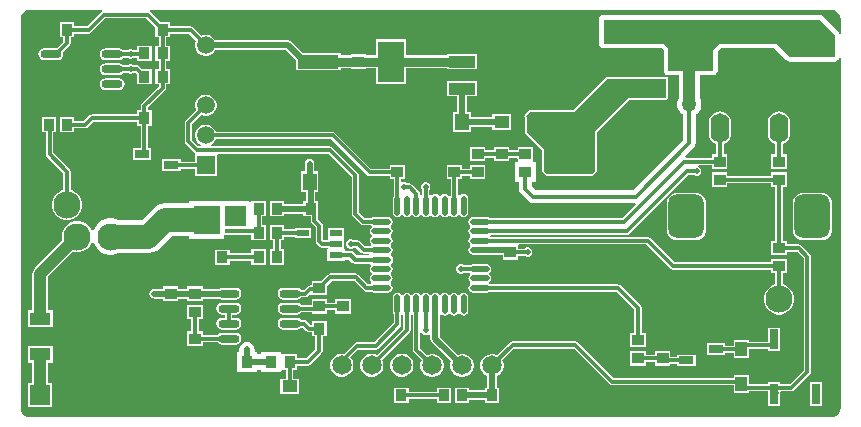
<source format=gbl>
G04*
G04 #@! TF.GenerationSoftware,Altium Limited,Altium Designer,23.8.1 (32)*
G04*
G04 Layer_Physical_Order=2*
G04 Layer_Color=1265191*
%FSLAX25Y25*%
%MOIN*%
G70*
G04*
G04 #@! TF.SameCoordinates,7219C3B3-8FC9-4B81-83B7-D13F04F5FDA5*
G04*
G04*
G04 #@! TF.FilePolarity,Positive*
G04*
G01*
G75*
%ADD20C,0.01968*%
%ADD21C,0.01181*%
%ADD22C,0.03937*%
%ADD23C,0.05906*%
%ADD24R,0.05906X0.05906*%
%ADD25C,0.09055*%
%ADD26C,0.06496*%
%ADD27R,0.06496X0.06496*%
%ADD28O,0.06299X0.09843*%
%ADD29R,0.06693X0.06693*%
G04:AMPARAMS|DCode=30|XSize=118.11mil|YSize=145.67mil|CornerRadius=29.53mil|HoleSize=0mil|Usage=FLASHONLY|Rotation=180.000|XOffset=0mil|YOffset=0mil|HoleType=Round|Shape=RoundedRectangle|*
%AMROUNDEDRECTD30*
21,1,0.11811,0.08661,0,0,180.0*
21,1,0.05906,0.14567,0,0,180.0*
1,1,0.05906,-0.02953,0.04331*
1,1,0.05906,0.02953,0.04331*
1,1,0.05906,0.02953,-0.04331*
1,1,0.05906,-0.02953,-0.04331*
%
%ADD30ROUNDEDRECTD30*%
%ADD31C,0.05000*%
%ADD32C,0.01968*%
%ADD33R,0.13780X0.04724*%
%ADD34R,0.07087X0.04449*%
%ADD35O,0.01890X0.06496*%
%ADD36O,0.06496X0.01890*%
%ADD37R,0.04567X0.05787*%
%ADD38R,0.04921X0.03937*%
%ADD39R,0.08661X0.03937*%
%ADD40R,0.08661X0.13780*%
%ADD41R,0.25591X0.23622*%
%ADD42R,0.08661X0.04724*%
%ADD43R,0.03661X0.03858*%
%ADD44R,0.03858X0.03661*%
%ADD45R,0.04331X0.02362*%
%ADD46R,0.08661X0.09646*%
%ADD47R,0.02756X0.06693*%
%ADD48R,0.02756X0.01575*%
%ADD49R,0.04921X0.02756*%
%ADD50R,0.03937X0.04921*%
%ADD51R,0.02756X0.06693*%
%ADD52O,0.07087X0.02756*%
G04:AMPARAMS|DCode=53|XSize=66.93mil|YSize=133.86mil|CornerRadius=16.73mil|HoleSize=0mil|Usage=FLASHONLY|Rotation=270.000|XOffset=0mil|YOffset=0mil|HoleType=Round|Shape=RoundedRectangle|*
%AMROUNDEDRECTD53*
21,1,0.06693,0.10039,0,0,270.0*
21,1,0.03347,0.13386,0,0,270.0*
1,1,0.03346,-0.05020,-0.01673*
1,1,0.03346,-0.05020,0.01673*
1,1,0.03346,0.05020,0.01673*
1,1,0.03346,0.05020,-0.01673*
%
%ADD53ROUNDEDRECTD53*%
%ADD54C,0.03150*%
%ADD55C,0.07874*%
%ADD56R,0.07100X0.06700*%
G36*
X271500Y129500D02*
X272500Y128500D01*
Y121000D01*
X257500D01*
X253000Y125500D01*
X234000D01*
X232000Y123500D01*
Y116500D01*
X217000D01*
Y124000D01*
X215500Y125500D01*
X195500D01*
Y133500D01*
X267500D01*
X271500Y129500D01*
D02*
G37*
G36*
X271654Y136669D02*
X272381Y136574D01*
X273059Y136293D01*
X273641Y135846D01*
X274088Y135264D01*
X274369Y134586D01*
X274465Y133858D01*
X274469D01*
Y128853D01*
X273969Y128804D01*
X273913Y129085D01*
X273581Y129581D01*
X272582Y130581D01*
X272581Y130581D01*
X268581Y134581D01*
X268085Y134913D01*
X267500Y135029D01*
X195500D01*
X194915Y134913D01*
X194419Y134581D01*
X194087Y134085D01*
X193971Y133500D01*
Y125500D01*
X194087Y124915D01*
X194419Y124419D01*
X194915Y124087D01*
X195500Y123971D01*
X214866D01*
X215471Y123366D01*
Y116500D01*
X215587Y115915D01*
X215919Y115419D01*
X216415Y115087D01*
X217000Y114971D01*
X220602D01*
Y107241D01*
X220373Y106844D01*
X220100Y105827D01*
Y104773D01*
X220373Y103756D01*
X220899Y102844D01*
X221644Y102099D01*
X221969Y101912D01*
Y93183D01*
X205417Y76631D01*
X172983D01*
X171508Y78106D01*
Y79339D01*
X172806D01*
Y86001D01*
X172281D01*
X171906Y86302D01*
X171906Y86501D01*
Y91164D01*
X166847D01*
Y89947D01*
X164003D01*
Y91164D01*
X158945D01*
Y89947D01*
X156101D01*
Y91164D01*
X151043D01*
Y86302D01*
X156101D01*
Y87519D01*
X158945D01*
Y86302D01*
X164003D01*
Y87519D01*
X166494D01*
X166847Y87166D01*
X166847Y86302D01*
X166472Y86001D01*
X165947D01*
Y79339D01*
X167245D01*
Y77223D01*
X167245Y77223D01*
X167407Y76408D01*
X167869Y75716D01*
X170593Y72993D01*
X170593Y72993D01*
X171284Y72531D01*
X172100Y72369D01*
X172100Y72369D01*
X206045D01*
X206252Y71868D01*
X201739Y67356D01*
X157500D01*
X157138Y67597D01*
X156535Y67717D01*
X151929D01*
X151326Y67597D01*
X150815Y67256D01*
X150474Y66745D01*
X150354Y66142D01*
X150474Y65539D01*
X150815Y65028D01*
X151059Y64865D01*
Y64269D01*
X150815Y64106D01*
X150474Y63595D01*
X150354Y62992D01*
X150474Y62389D01*
X150815Y61878D01*
X151059Y61716D01*
Y61119D01*
X150815Y60956D01*
X150474Y60445D01*
X150354Y59842D01*
X150474Y59240D01*
X150815Y58729D01*
X151059Y58566D01*
Y57969D01*
X150815Y57807D01*
X150474Y57296D01*
X150354Y56693D01*
X150474Y56090D01*
X150815Y55579D01*
X151326Y55238D01*
X151929Y55118D01*
X154031D01*
X154232Y55078D01*
X161868D01*
Y53501D01*
X166927D01*
Y54786D01*
X169173D01*
X169303Y54657D01*
X169885Y54416D01*
X170515D01*
X171097Y54657D01*
X171543Y55103D01*
X171784Y55685D01*
Y56315D01*
X171543Y56897D01*
X171097Y57343D01*
X170515Y57584D01*
X169885D01*
X169303Y57343D01*
X169173Y57214D01*
X166927D01*
Y58362D01*
X167316Y58629D01*
X209655D01*
X217773Y50510D01*
X217773Y50510D01*
X218167Y50247D01*
X218632Y50155D01*
X218632Y50155D01*
X251408D01*
Y48938D01*
X252723D01*
Y45338D01*
X251958Y45132D01*
X250789Y44457D01*
X249834Y43503D01*
X249159Y42333D01*
X248810Y41029D01*
Y39679D01*
X249159Y38375D01*
X249834Y37206D01*
X250789Y36251D01*
X251958Y35576D01*
X253262Y35227D01*
X254612D01*
X255916Y35576D01*
X257085Y36251D01*
X258040Y37206D01*
X258715Y38375D01*
X259065Y39679D01*
Y41029D01*
X258715Y42333D01*
X258040Y43503D01*
X257085Y44457D01*
X255916Y45132D01*
X255151Y45338D01*
Y48938D01*
X256466D01*
Y53799D01*
X251408D01*
Y52582D01*
X219134D01*
X211016Y60701D01*
X210622Y60964D01*
X210157Y61056D01*
X210157Y61056D01*
X157855D01*
X157652Y61556D01*
X157880Y61778D01*
X203192D01*
X203192Y61778D01*
X203657Y61871D01*
X204050Y62134D01*
X223703Y81786D01*
X225473D01*
X225603Y81657D01*
X226185Y81416D01*
X226815D01*
X227397Y81657D01*
X227843Y82103D01*
X228084Y82685D01*
Y83315D01*
X227843Y83897D01*
X227397Y84343D01*
X227056Y84485D01*
X227155Y84985D01*
X231723D01*
Y83768D01*
X236781D01*
Y88629D01*
X235466D01*
Y92114D01*
X236143Y92394D01*
X236926Y92995D01*
X237527Y93778D01*
X237905Y94690D01*
X238034Y95669D01*
Y99213D01*
X237905Y100191D01*
X237527Y101104D01*
X236926Y101887D01*
X236143Y102488D01*
X235231Y102866D01*
X234252Y102995D01*
X233273Y102866D01*
X232361Y102488D01*
X231578Y101887D01*
X230977Y101104D01*
X230599Y100191D01*
X230470Y99213D01*
Y95669D01*
X230599Y94690D01*
X230977Y93778D01*
X231578Y92995D01*
X232361Y92394D01*
X233038Y92114D01*
Y88629D01*
X231723D01*
Y87412D01*
X222934D01*
X222727Y87912D01*
X225607Y90793D01*
X225607Y90793D01*
X226069Y91484D01*
X226232Y92300D01*
X226232Y92300D01*
Y101912D01*
X226556Y102099D01*
X227301Y102844D01*
X227827Y103756D01*
X228100Y104773D01*
Y105827D01*
X227827Y106844D01*
X227598Y107241D01*
Y114971D01*
X232000D01*
X232585Y115087D01*
X233081Y115419D01*
X233413Y115915D01*
X233529Y116500D01*
Y122866D01*
X234633Y123971D01*
X252366D01*
X256419Y119919D01*
X256915Y119587D01*
X257500Y119471D01*
X272500D01*
X273085Y119587D01*
X273581Y119919D01*
X273913Y120415D01*
X273969Y120696D01*
X274469Y120647D01*
Y3937D01*
X274465D01*
X274369Y3209D01*
X274088Y2531D01*
X273641Y1949D01*
X273059Y1503D01*
X272381Y1222D01*
X271654Y1126D01*
Y1122D01*
X3937D01*
Y1126D01*
X3209Y1222D01*
X2531Y1503D01*
X1949Y1949D01*
X1503Y2531D01*
X1222Y3209D01*
X1126Y3937D01*
X1122D01*
Y133858D01*
X1126D01*
X1222Y134586D01*
X1503Y135264D01*
X1949Y135846D01*
X2531Y136293D01*
X3209Y136574D01*
X3937Y136669D01*
Y136674D01*
X28163D01*
X28314Y136174D01*
X28142Y136058D01*
X28142Y136058D01*
X23400Y131317D01*
X19089D01*
Y132632D01*
X14228D01*
Y127574D01*
X15445D01*
Y126215D01*
X13280Y124050D01*
X9072D01*
X8300Y123897D01*
X7646Y123460D01*
X7209Y122806D01*
X7055Y122034D01*
X7209Y121262D01*
X7646Y120608D01*
X8300Y120171D01*
X9072Y120017D01*
X13402D01*
X14174Y120171D01*
X14829Y120608D01*
X15266Y121262D01*
X15419Y122034D01*
X15299Y122637D01*
X17517Y124854D01*
X17780Y125248D01*
X17872Y125713D01*
X17872Y125713D01*
Y127574D01*
X19089D01*
Y128889D01*
X23903D01*
X23903Y128889D01*
X24368Y128982D01*
X24762Y129245D01*
X29503Y133986D01*
X43002D01*
X46076Y130912D01*
Y127571D01*
X47293D01*
Y124825D01*
X46076D01*
Y119767D01*
X47293D01*
Y117022D01*
X46076D01*
Y111963D01*
X47293D01*
Y111309D01*
X41585Y105602D01*
X41322Y105208D01*
X41230Y104744D01*
X41230Y104744D01*
Y103259D01*
X40013D01*
Y101944D01*
X24930D01*
X24930Y101944D01*
X24465Y101851D01*
X24072Y101588D01*
X22197Y99714D01*
X19089D01*
Y101029D01*
X14228D01*
Y95971D01*
X19089D01*
Y97286D01*
X22700D01*
X22700Y97286D01*
X23165Y97378D01*
X23558Y97642D01*
X25433Y99516D01*
X40013D01*
Y98201D01*
X41230D01*
Y90718D01*
X38497D01*
Y86762D01*
X44618D01*
Y90718D01*
X43657D01*
Y98201D01*
X44874D01*
Y103259D01*
X43657D01*
Y104241D01*
X49365Y109948D01*
X49628Y110342D01*
X49720Y110807D01*
X49720Y110807D01*
Y111963D01*
X50937D01*
Y117022D01*
X49720D01*
Y119767D01*
X50937D01*
Y124825D01*
X49720D01*
Y127571D01*
X50937D01*
Y128886D01*
X57297D01*
X59671Y126513D01*
X59589Y126371D01*
X59347Y125468D01*
Y124532D01*
X59589Y123629D01*
X60057Y122819D01*
X60719Y122157D01*
X61529Y121689D01*
X62432Y121447D01*
X63368D01*
X64271Y121689D01*
X65081Y122157D01*
X65743Y122819D01*
X66070Y123385D01*
X89678D01*
X92856Y120207D01*
Y116567D01*
X107835D01*
Y117312D01*
X111171D01*
Y117101D01*
X116229D01*
Y117312D01*
X119658D01*
Y112039D01*
X129519D01*
Y117312D01*
X143280D01*
Y116961D01*
X153141D01*
Y122098D01*
X143280D01*
Y121747D01*
X129519D01*
Y127019D01*
X119658D01*
Y121747D01*
X116229D01*
Y121962D01*
X111171D01*
Y121747D01*
X107835D01*
Y122491D01*
X95140D01*
X91490Y126142D01*
X90966Y126492D01*
X90347Y126615D01*
X66070D01*
X65743Y127181D01*
X65081Y127843D01*
X64271Y128311D01*
X63368Y128553D01*
X62432D01*
X61529Y128311D01*
X61387Y128229D01*
X58658Y130958D01*
X58264Y131221D01*
X57800Y131314D01*
X57800Y131314D01*
X50937D01*
Y132629D01*
X47793D01*
X44363Y136058D01*
X44191Y136174D01*
X44342Y136674D01*
X271654D01*
Y136669D01*
D02*
G37*
%LPC*%
G36*
X44874Y124825D02*
X40013D01*
Y123314D01*
X38827D01*
X38697Y123443D01*
X38115Y123684D01*
X37485D01*
X36903Y123443D01*
X36740Y123281D01*
X35421D01*
X35301Y123460D01*
X34647Y123897D01*
X33875Y124050D01*
X29544D01*
X28772Y123897D01*
X28118Y123460D01*
X27681Y122806D01*
X27527Y122034D01*
X27681Y121262D01*
X28118Y120608D01*
X28772Y120171D01*
X29544Y120017D01*
X33875D01*
X34647Y120171D01*
X35301Y120608D01*
X35465Y120853D01*
X36806D01*
X36903Y120757D01*
X37485Y120516D01*
X38115D01*
X38697Y120757D01*
X38827Y120886D01*
X40013D01*
Y119767D01*
X44874D01*
Y124825D01*
D02*
G37*
G36*
X216400Y114449D02*
X196692D01*
X196688Y114448D01*
X196684Y114449D01*
X196459Y114353D01*
X196232Y114259D01*
X196231Y114255D01*
X196227Y114254D01*
X185677Y103449D01*
X171200D01*
X170741Y103259D01*
X169241Y101759D01*
X169051Y101300D01*
X169151Y101059D01*
Y96200D01*
X169341Y95741D01*
X175051Y90031D01*
Y83200D01*
X175241Y82741D01*
X176241Y81741D01*
X176700Y81551D01*
X191500D01*
X191959Y81741D01*
X192959Y82741D01*
X193149Y83200D01*
Y90100D01*
Y95931D01*
X203969Y106751D01*
X216400D01*
X216859Y106941D01*
X217049Y107400D01*
Y113800D01*
X216859Y114259D01*
X216400Y114449D01*
D02*
G37*
G36*
X33875Y119051D02*
X29544D01*
X28772Y118897D01*
X28118Y118460D01*
X27681Y117806D01*
X27527Y117034D01*
X27681Y116262D01*
X28118Y115608D01*
X28772Y115171D01*
X29544Y115017D01*
X33875D01*
X34647Y115171D01*
X35301Y115608D01*
X35443Y115820D01*
X36740D01*
X36903Y115657D01*
X37485Y115416D01*
X38115D01*
X38697Y115657D01*
X38860Y115820D01*
X39498D01*
X40013Y115305D01*
Y111963D01*
X44874D01*
Y117022D01*
X41730D01*
X40859Y117892D01*
X40465Y118155D01*
X40001Y118248D01*
X40001Y118248D01*
X38793D01*
X38697Y118343D01*
X38115Y118584D01*
X37485D01*
X36903Y118343D01*
X36807Y118248D01*
X35443D01*
X35301Y118460D01*
X34647Y118897D01*
X33875Y119051D01*
D02*
G37*
G36*
Y114050D02*
X29544D01*
X28772Y113897D01*
X28118Y113460D01*
X27681Y112806D01*
X27527Y112034D01*
X27681Y111262D01*
X28118Y110608D01*
X28772Y110171D01*
X29544Y110017D01*
X33875D01*
X34647Y110171D01*
X35301Y110608D01*
X35738Y111262D01*
X35892Y112034D01*
X35738Y112806D01*
X35301Y113460D01*
X34647Y113897D01*
X33875Y114050D01*
D02*
G37*
G36*
X63368Y108553D02*
X62432D01*
X61529Y108311D01*
X60719Y107843D01*
X60057Y107181D01*
X59589Y106371D01*
X59347Y105468D01*
Y104532D01*
X59589Y103629D01*
X59671Y103488D01*
X56142Y99958D01*
X55879Y99564D01*
X55786Y99100D01*
X55786Y99100D01*
Y92900D01*
X55786Y92900D01*
X55879Y92435D01*
X56142Y92042D01*
X58942Y89242D01*
X58942Y89242D01*
X59271Y89021D01*
X59346Y88561D01*
X59347Y88506D01*
X59347Y88466D01*
Y86214D01*
X54461D01*
Y86978D01*
X48339D01*
Y83022D01*
X54461D01*
Y83786D01*
X59347D01*
Y81447D01*
X66453D01*
Y88386D01*
X66453Y88553D01*
X66815Y88886D01*
X103697D01*
X111486Y81097D01*
Y68800D01*
X111486Y68800D01*
X111579Y68335D01*
X111842Y67942D01*
X114500Y65283D01*
X114500Y65283D01*
X114894Y65020D01*
X115358Y64928D01*
X115358Y64928D01*
X118091D01*
X118185Y64865D01*
Y64269D01*
X117941Y64106D01*
X117600Y63595D01*
X117480Y62992D01*
X117600Y62389D01*
X117941Y61878D01*
X118185Y61716D01*
Y61119D01*
X117941Y60956D01*
X117600Y60445D01*
X117480Y59842D01*
X117600Y59240D01*
X117941Y58729D01*
X117952Y58141D01*
X117711Y57907D01*
X116110D01*
X114458Y59558D01*
X114065Y59821D01*
X113600Y59914D01*
X113600Y59914D01*
X112227D01*
X112097Y60043D01*
X111515Y60284D01*
X110885D01*
X110303Y60043D01*
X109857Y59597D01*
X109616Y59015D01*
Y58385D01*
X109857Y57803D01*
X110303Y57357D01*
X110885Y57116D01*
X111515D01*
X112097Y57357D01*
X112227Y57486D01*
X113097D01*
X114749Y55835D01*
X115143Y55572D01*
X115607Y55479D01*
X115607Y55479D01*
X117344D01*
X117596Y54979D01*
X117573Y54948D01*
X113139D01*
X112144Y55943D01*
X111688Y56248D01*
X111150Y56355D01*
X109245D01*
Y56918D01*
X109057D01*
Y60149D01*
X109057Y60471D01*
X109057Y60971D01*
Y64211D01*
X103527D01*
Y60971D01*
X103527Y60649D01*
X103527Y60257D01*
X103173Y59904D01*
X102113D01*
X101914Y60103D01*
Y64800D01*
X101914Y64800D01*
X101821Y65264D01*
X101558Y65658D01*
X101558Y65658D01*
X100271Y66945D01*
Y69214D01*
X100271Y69214D01*
X100248Y69332D01*
Y72984D01*
X99432D01*
Y75996D01*
X100424D01*
Y82984D01*
X99115D01*
Y85500D01*
X99084Y85656D01*
Y85815D01*
X99023Y85962D01*
X98992Y86118D01*
X98904Y86250D01*
X98843Y86397D01*
X98731Y86510D01*
X98642Y86642D01*
X98510Y86731D01*
X98397Y86843D01*
X98250Y86904D01*
X98118Y86992D01*
X97962Y87023D01*
X97815Y87084D01*
X97656D01*
X97500Y87115D01*
X97344Y87084D01*
X97185D01*
X97038Y87023D01*
X96882Y86992D01*
X96750Y86904D01*
X96603Y86843D01*
X96490Y86731D01*
X96358Y86642D01*
X96269Y86510D01*
X96157Y86397D01*
X96096Y86250D01*
X96008Y86118D01*
X95977Y85962D01*
X95916Y85815D01*
Y85656D01*
X95885Y85500D01*
Y82984D01*
X94657D01*
Y75996D01*
X96202D01*
Y72984D01*
X95386D01*
Y72093D01*
X89019D01*
Y73007D01*
X84158D01*
Y67949D01*
X89019D01*
Y68862D01*
X95386D01*
Y67925D01*
X97843D01*
Y66443D01*
X97843Y66443D01*
X97936Y65978D01*
X98199Y65584D01*
X99486Y64297D01*
Y59600D01*
X99486Y59600D01*
X99578Y59136D01*
X99842Y58742D01*
X100752Y57832D01*
X100752Y57831D01*
X101146Y57568D01*
X101610Y57476D01*
X103527D01*
Y56918D01*
X103339D01*
Y52981D01*
X109245D01*
Y53545D01*
X110568D01*
X111563Y52550D01*
X112019Y52245D01*
X112557Y52138D01*
X117557D01*
X117723Y51963D01*
X117941Y51508D01*
X117600Y50997D01*
X117480Y50394D01*
X117600Y49791D01*
X117941Y49280D01*
X118185Y49117D01*
Y48521D01*
X117941Y48358D01*
X117600Y47847D01*
X117480Y47244D01*
X117600Y46641D01*
X117941Y46130D01*
X117952Y45543D01*
X117711Y45308D01*
X116908D01*
X113658Y48558D01*
X113265Y48821D01*
X112800Y48914D01*
X112800Y48914D01*
X104400D01*
X104400Y48914D01*
X103936Y48821D01*
X103542Y48558D01*
X101414Y46431D01*
X98171D01*
Y44973D01*
X97691D01*
X97691Y44973D01*
X97227Y44881D01*
X96833Y44618D01*
X96833Y44618D01*
X95597Y43382D01*
X94769D01*
X94628Y43595D01*
X93973Y44032D01*
X93202Y44185D01*
X88871D01*
X88099Y44032D01*
X87445Y43595D01*
X87008Y42940D01*
X86854Y42169D01*
X87008Y41397D01*
X87445Y40742D01*
X88099Y40305D01*
X88871Y40152D01*
X93202D01*
X93973Y40305D01*
X94628Y40742D01*
X94769Y40955D01*
X96100D01*
X96100Y40955D01*
X96565Y41047D01*
X96958Y41310D01*
X97709Y42061D01*
X98171Y41869D01*
Y41569D01*
X103229D01*
Y44813D01*
X104903Y46486D01*
X112297D01*
X115547Y43236D01*
X115547Y43236D01*
X115941Y42973D01*
X116405Y42881D01*
X116406Y42881D01*
X118091D01*
X118452Y42639D01*
X119055Y42519D01*
X123661D01*
X124264Y42639D01*
X124775Y42981D01*
X125117Y43492D01*
X125237Y44094D01*
X125117Y44697D01*
X124775Y45208D01*
X124532Y45371D01*
Y45968D01*
X124775Y46130D01*
X125117Y46641D01*
X125237Y47244D01*
X125117Y47847D01*
X124775Y48358D01*
X124532Y48521D01*
Y49117D01*
X124775Y49280D01*
X125117Y49791D01*
X125237Y50394D01*
X125117Y50997D01*
X124775Y51508D01*
X124704Y51555D01*
Y52157D01*
X124910Y52294D01*
X125293Y52867D01*
X125428Y53543D01*
X125293Y54219D01*
X124910Y54792D01*
X124704Y54930D01*
Y55532D01*
X124775Y55579D01*
X125117Y56090D01*
X125237Y56693D01*
X125117Y57296D01*
X124775Y57807D01*
X124532Y57969D01*
Y58566D01*
X124775Y58729D01*
X125117Y59240D01*
X125237Y59842D01*
X125117Y60445D01*
X124775Y60956D01*
X124532Y61119D01*
Y61716D01*
X124775Y61878D01*
X125117Y62389D01*
X125237Y62992D01*
X125117Y63595D01*
X124775Y64106D01*
X124532Y64269D01*
Y64865D01*
X124775Y65028D01*
X125117Y65539D01*
X125237Y66142D01*
X125117Y66745D01*
X124775Y67256D01*
X124264Y67597D01*
X123661Y67717D01*
X119055D01*
X118452Y67597D01*
X118091Y67356D01*
X115861D01*
X113914Y69303D01*
Y81600D01*
X113914Y81600D01*
X113821Y82064D01*
X113558Y82458D01*
X113558Y82458D01*
X105058Y90958D01*
X104665Y91221D01*
X104200Y91314D01*
X104200Y91314D01*
X64621D01*
X64487Y91814D01*
X65081Y92157D01*
X65743Y92819D01*
X66211Y93629D01*
X66253Y93786D01*
X104697D01*
X116672Y81812D01*
X116672Y81812D01*
X117065Y81549D01*
X117530Y81456D01*
X117530Y81456D01*
X124242D01*
Y80239D01*
X125558D01*
Y74822D01*
X125316Y74461D01*
X125197Y73858D01*
Y69252D01*
X125316Y68649D01*
X125658Y68138D01*
X126169Y67797D01*
X126772Y67677D01*
X127374Y67797D01*
X127885Y68138D01*
X128048Y68382D01*
X128645D01*
X128807Y68138D01*
X129318Y67797D01*
X129921Y67677D01*
X130524Y67797D01*
X131035Y68138D01*
X131198Y68382D01*
X131794D01*
X131957Y68138D01*
X132468Y67797D01*
X133071Y67677D01*
X133674Y67797D01*
X134185Y68138D01*
X134347Y68382D01*
X134944D01*
X135107Y68138D01*
X135618Y67797D01*
X136221Y67677D01*
X136823Y67797D01*
X137334Y68138D01*
X137497Y68382D01*
X138093D01*
X138256Y68138D01*
X138767Y67797D01*
X139370Y67677D01*
X139973Y67797D01*
X140484Y68138D01*
X140647Y68382D01*
X141243D01*
X141406Y68138D01*
X141917Y67797D01*
X142520Y67677D01*
X143122Y67797D01*
X143633Y68138D01*
X143796Y68382D01*
X144393D01*
X144555Y68138D01*
X145066Y67797D01*
X145669Y67677D01*
X146272Y67797D01*
X146783Y68138D01*
X146946Y68382D01*
X147542D01*
X147705Y68138D01*
X148216Y67797D01*
X148819Y67677D01*
X149422Y67797D01*
X149933Y68138D01*
X150274Y68649D01*
X150394Y69252D01*
Y73858D01*
X150274Y74461D01*
X149933Y74972D01*
X149422Y75314D01*
X148819Y75433D01*
X148216Y75314D01*
X147705Y74972D01*
X147118Y74962D01*
X146883Y75203D01*
Y80239D01*
X148198D01*
Y81456D01*
X151043D01*
Y80239D01*
X156101D01*
Y85101D01*
X151043D01*
Y83884D01*
X148198D01*
Y85101D01*
X143140D01*
Y80239D01*
X144455D01*
Y74822D01*
X144393Y74729D01*
X143796D01*
X143633Y74972D01*
X143122Y75314D01*
X142520Y75433D01*
X141917Y75314D01*
X141406Y74972D01*
X141243Y74729D01*
X140647D01*
X140484Y74972D01*
X139973Y75314D01*
X139370Y75433D01*
X138767Y75314D01*
X138256Y74972D01*
X137666Y74948D01*
X137424Y75198D01*
Y76684D01*
X137543Y76803D01*
X137784Y77385D01*
Y78015D01*
X137543Y78597D01*
X137097Y79043D01*
X136515Y79284D01*
X135885D01*
X135303Y79043D01*
X134857Y78597D01*
X134616Y78015D01*
Y77385D01*
X134857Y76803D01*
X134996Y76663D01*
Y75188D01*
X134496Y74985D01*
X134285Y75203D01*
Y75529D01*
X134285Y75529D01*
X134192Y75994D01*
X133929Y76388D01*
X131758Y78558D01*
X131365Y78821D01*
X130900Y78914D01*
X130900Y78914D01*
X130127D01*
X129997Y79043D01*
X129415Y79284D01*
X128785D01*
X128486Y79160D01*
X127986Y79479D01*
Y80239D01*
X129301D01*
Y85101D01*
X124242D01*
Y83884D01*
X118033D01*
X106058Y95858D01*
X105665Y96122D01*
X105200Y96214D01*
X105200Y96214D01*
X66253D01*
X66211Y96371D01*
X65743Y97181D01*
X65081Y97843D01*
X64271Y98311D01*
X63368Y98553D01*
X62432D01*
X61529Y98311D01*
X60719Y97843D01*
X60057Y97181D01*
X59589Y96371D01*
X59347Y95468D01*
Y94532D01*
X59589Y93629D01*
X60057Y92819D01*
X60719Y92157D01*
X61313Y91814D01*
X61179Y91314D01*
X60303D01*
X58214Y93403D01*
Y98597D01*
X61387Y101771D01*
X61529Y101689D01*
X62432Y101447D01*
X63368D01*
X64271Y101689D01*
X65081Y102157D01*
X65743Y102819D01*
X66211Y103629D01*
X66453Y104532D01*
Y105468D01*
X66211Y106371D01*
X65743Y107181D01*
X65081Y107843D01*
X64271Y108311D01*
X63368Y108553D01*
D02*
G37*
G36*
X153141Y113043D02*
X143280D01*
Y107906D01*
X146595D01*
Y102894D01*
X145412D01*
Y95906D01*
X151179D01*
Y97785D01*
X158414D01*
Y96832D01*
X164535D01*
Y101969D01*
X158414D01*
Y101015D01*
X151179D01*
Y102894D01*
X149826D01*
Y107906D01*
X153141D01*
Y113043D01*
D02*
G37*
G36*
X253937Y102995D02*
X252958Y102866D01*
X252046Y102488D01*
X251263Y101887D01*
X250662Y101104D01*
X250284Y100191D01*
X250155Y99213D01*
Y95669D01*
X250284Y94690D01*
X250662Y93778D01*
X251263Y92995D01*
X252046Y92394D01*
X252723Y92114D01*
Y88629D01*
X251408D01*
Y83768D01*
X256466D01*
Y88629D01*
X255151D01*
Y92114D01*
X255828Y92394D01*
X256611Y92995D01*
X257212Y93778D01*
X257590Y94690D01*
X257719Y95669D01*
Y99213D01*
X257590Y100191D01*
X257212Y101104D01*
X256611Y101887D01*
X255828Y102488D01*
X254916Y102866D01*
X253937Y102995D01*
D02*
G37*
G36*
X256466Y82566D02*
X251408D01*
Y81349D01*
X236781D01*
Y82566D01*
X231723D01*
Y77705D01*
X236781D01*
Y78922D01*
X251408D01*
Y77705D01*
X252723D01*
Y59862D01*
X251408D01*
Y55001D01*
X256466D01*
Y56218D01*
X259966D01*
X262186Y53997D01*
Y16703D01*
X257497Y12014D01*
X254400D01*
Y12739D01*
X250445D01*
Y12014D01*
X244005D01*
Y15101D01*
X238868D01*
Y14035D01*
X198882D01*
X186958Y25958D01*
X186565Y26221D01*
X186100Y26314D01*
X186100Y26314D01*
X165151D01*
X164686Y26221D01*
X164292Y25958D01*
X164292Y25958D01*
X160024Y21690D01*
X159780Y21830D01*
X158802Y22092D01*
X157789D01*
X156810Y21830D01*
X155932Y21324D01*
X155216Y20607D01*
X154709Y19730D01*
X154447Y18751D01*
Y17738D01*
X154709Y16759D01*
X155216Y15882D01*
X155932Y15165D01*
X156680Y14734D01*
Y10866D01*
X155904D01*
Y9952D01*
X150726D01*
Y10866D01*
X145864D01*
Y5807D01*
X150726D01*
Y6721D01*
X155904D01*
Y5807D01*
X160765D01*
Y10866D01*
X159910D01*
Y14734D01*
X160658Y15165D01*
X161374Y15882D01*
X161881Y16759D01*
X162143Y17738D01*
Y18751D01*
X161881Y19730D01*
X161740Y19973D01*
X165654Y23886D01*
X185597D01*
X197521Y11962D01*
X197521Y11962D01*
X197915Y11699D01*
X198379Y11607D01*
X238868D01*
Y8980D01*
X244005D01*
Y9586D01*
X250445D01*
Y4846D01*
X254400D01*
Y9083D01*
X254424Y9200D01*
X254776Y9586D01*
X258000D01*
X258000Y9586D01*
X258465Y9679D01*
X258858Y9942D01*
X264258Y15342D01*
X264258Y15342D01*
X264522Y15735D01*
X264614Y16200D01*
Y54500D01*
X264522Y54965D01*
X264258Y55358D01*
X264258Y55358D01*
X261327Y58290D01*
X260933Y58553D01*
X260469Y58645D01*
X260469Y58645D01*
X256466D01*
Y59862D01*
X255151D01*
Y77705D01*
X256466D01*
Y82566D01*
D02*
G37*
G36*
X69094Y73180D02*
Y73179D01*
X57432D01*
Y72341D01*
X49357D01*
X47937Y72154D01*
X46615Y71606D01*
X45479Y70734D01*
X41458Y66714D01*
X33647D01*
X32894Y67026D01*
X31729Y67257D01*
X30542D01*
X29377Y67026D01*
X28280Y66571D01*
X27293Y65912D01*
X26454Y65072D01*
X25794Y64085D01*
X25377Y63077D01*
X24878Y63007D01*
X24824Y63209D01*
X24149Y64378D01*
X23194Y65333D01*
X22025Y66008D01*
X20721Y66357D01*
X19371D01*
X18066Y66008D01*
X16897Y65333D01*
X15943Y64378D01*
X15267Y63209D01*
X14918Y61905D01*
Y60555D01*
X15085Y59933D01*
X5874Y50723D01*
X5463Y50186D01*
X5204Y49561D01*
X5116Y48891D01*
Y36591D01*
X3563D01*
Y30942D01*
X11850D01*
Y36591D01*
X10297D01*
Y47818D01*
X18748Y56269D01*
X19371Y56102D01*
X20721D01*
X22025Y56452D01*
X23194Y57127D01*
X24149Y58082D01*
X24824Y59251D01*
X24878Y59452D01*
X25377Y59382D01*
X25794Y58375D01*
X26454Y57388D01*
X27293Y56548D01*
X28280Y55888D01*
X29377Y55434D01*
X30542Y55202D01*
X31729D01*
X32894Y55434D01*
X33647Y55746D01*
X43730D01*
X45149Y55933D01*
X46472Y56481D01*
X47608Y57352D01*
X51628Y61373D01*
X57432D01*
Y60534D01*
X69094D01*
Y61631D01*
X72721D01*
Y61804D01*
X78095D01*
Y59901D01*
X82956D01*
Y64959D01*
X81739D01*
Y67949D01*
X82956D01*
Y73007D01*
X78095D01*
Y72564D01*
X77595Y72412D01*
X77481Y72581D01*
X76985Y72913D01*
X76400Y73029D01*
X69300D01*
X69281Y73026D01*
X69094Y73180D01*
D02*
G37*
G36*
X13026Y101029D02*
X8165D01*
Y95971D01*
X9635D01*
Y88652D01*
X9635Y88652D01*
X9727Y88187D01*
X9990Y87793D01*
X15406Y82377D01*
Y76775D01*
X14641Y76570D01*
X13471Y75895D01*
X12517Y74940D01*
X11842Y73771D01*
X11492Y72467D01*
Y71117D01*
X11842Y69812D01*
X12517Y68643D01*
X13471Y67689D01*
X14641Y67013D01*
X15945Y66664D01*
X17295D01*
X18599Y67013D01*
X19768Y67689D01*
X20723Y68643D01*
X21398Y69812D01*
X21747Y71117D01*
Y72467D01*
X21398Y73771D01*
X20723Y74940D01*
X19768Y75895D01*
X18599Y76570D01*
X17834Y76775D01*
Y82880D01*
X17834Y82880D01*
X17741Y83345D01*
X17478Y83739D01*
X12062Y89154D01*
Y95971D01*
X13026D01*
Y101029D01*
D02*
G37*
G36*
X89019Y64959D02*
X84158D01*
Y59901D01*
X85374D01*
Y56911D01*
X84158D01*
Y51853D01*
X89019D01*
Y56911D01*
X87802D01*
Y59901D01*
X89019D01*
Y61216D01*
X92503D01*
Y60649D01*
X98034D01*
Y64211D01*
X92503D01*
Y63644D01*
X89019D01*
Y64959D01*
D02*
G37*
G36*
X268047Y75812D02*
X262142D01*
X261214Y75690D01*
X260350Y75332D01*
X259608Y74762D01*
X259038Y74020D01*
X258680Y73156D01*
X258558Y72228D01*
Y63567D01*
X258680Y62639D01*
X259038Y61775D01*
X259608Y61033D01*
X260350Y60464D01*
X261214Y60106D01*
X262142Y59983D01*
X268047D01*
X268975Y60106D01*
X269839Y60464D01*
X270581Y61033D01*
X271151Y61775D01*
X271509Y62639D01*
X271631Y63567D01*
Y72228D01*
X271509Y73156D01*
X271151Y74020D01*
X270581Y74762D01*
X269839Y75332D01*
X268975Y75690D01*
X268047Y75812D01*
D02*
G37*
G36*
X226047D02*
X220142D01*
X219214Y75690D01*
X218350Y75332D01*
X217608Y74762D01*
X217038Y74020D01*
X216680Y73156D01*
X216558Y72228D01*
Y63567D01*
X216680Y62639D01*
X217038Y61775D01*
X217608Y61033D01*
X218350Y60464D01*
X219214Y60106D01*
X220142Y59983D01*
X226047D01*
X226975Y60106D01*
X227839Y60464D01*
X228581Y61033D01*
X229151Y61775D01*
X229509Y62639D01*
X229631Y63567D01*
Y72228D01*
X229509Y73156D01*
X229151Y74020D01*
X228581Y74762D01*
X227839Y75332D01*
X226975Y75690D01*
X226047Y75812D01*
D02*
G37*
G36*
X82956Y56911D02*
X78095D01*
Y55596D01*
X70847D01*
Y56858D01*
X65985D01*
Y51800D01*
X70847D01*
Y53168D01*
X78095D01*
Y51853D01*
X82956D01*
Y56911D01*
D02*
G37*
G36*
X148819Y42559D02*
X148216Y42439D01*
X147705Y42098D01*
X147542Y41855D01*
X146946D01*
X146783Y42098D01*
X146272Y42439D01*
X145669Y42559D01*
X145066Y42439D01*
X144555Y42098D01*
X144393Y41855D01*
X143796D01*
X143633Y42098D01*
X143122Y42439D01*
X142520Y42559D01*
X141917Y42439D01*
X141406Y42098D01*
X141243Y41855D01*
X140647D01*
X140484Y42098D01*
X139973Y42439D01*
X139370Y42559D01*
X138767Y42439D01*
X138256Y42098D01*
X138093Y41855D01*
X137497D01*
X137334Y42098D01*
X136823Y42439D01*
X136221Y42559D01*
X135618Y42439D01*
X135107Y42098D01*
X134944Y41855D01*
X134347D01*
X134185Y42098D01*
X133674Y42439D01*
X133071Y42559D01*
X132468Y42439D01*
X131957Y42098D01*
X131794Y41855D01*
X131198D01*
X131035Y42098D01*
X130524Y42439D01*
X129921Y42559D01*
X129318Y42439D01*
X128807Y42098D01*
X128645Y41855D01*
X128048D01*
X127885Y42098D01*
X127374Y42439D01*
X126772Y42559D01*
X126169Y42439D01*
X125658Y42098D01*
X125316Y41587D01*
X125197Y40984D01*
Y36378D01*
X125316Y35775D01*
X125558Y35414D01*
Y32474D01*
X118997Y25914D01*
X113166D01*
X113166Y25914D01*
X112701Y25822D01*
X112307Y25558D01*
X108897Y22149D01*
X108750Y22188D01*
X107737D01*
X106758Y21926D01*
X105881Y21419D01*
X105165Y20703D01*
X104658Y19825D01*
X104396Y18847D01*
Y17833D01*
X104658Y16855D01*
X105165Y15977D01*
X105881Y15261D01*
X106758Y14754D01*
X107737Y14492D01*
X108750D01*
X109729Y14754D01*
X110607Y15261D01*
X111323Y15977D01*
X111830Y16855D01*
X112092Y17833D01*
Y18847D01*
X111830Y19825D01*
X111323Y20703D01*
X111104Y20922D01*
X113668Y23486D01*
X119500D01*
X119500Y23486D01*
X119965Y23578D01*
X120358Y23842D01*
X127630Y31113D01*
X127630Y31113D01*
X127893Y31507D01*
X127986Y31972D01*
X127986Y31972D01*
Y35059D01*
X128486Y35262D01*
X128707Y35034D01*
Y30520D01*
X119972Y21785D01*
X119729Y21926D01*
X118750Y22188D01*
X117737D01*
X116759Y21926D01*
X115881Y21419D01*
X115165Y20703D01*
X114658Y19825D01*
X114396Y18847D01*
Y17833D01*
X114658Y16855D01*
X115165Y15977D01*
X115881Y15261D01*
X116759Y14754D01*
X117737Y14492D01*
X118750D01*
X119729Y14754D01*
X120607Y15261D01*
X121323Y15977D01*
X121830Y16855D01*
X122092Y17833D01*
Y18847D01*
X121830Y19825D01*
X121689Y20069D01*
X130780Y29159D01*
X130780Y29159D01*
X131043Y29553D01*
X131135Y30018D01*
Y35059D01*
X131635Y35262D01*
X131857Y35034D01*
Y23469D01*
X131857Y23469D01*
X131949Y23004D01*
X132212Y22610D01*
X134850Y19973D01*
X134709Y19730D01*
X134447Y18751D01*
Y17738D01*
X134709Y16759D01*
X135216Y15882D01*
X135932Y15165D01*
X136810Y14659D01*
X137788Y14396D01*
X138802D01*
X139780Y14659D01*
X140658Y15165D01*
X141374Y15882D01*
X141881Y16759D01*
X142143Y17738D01*
Y18751D01*
X141881Y19730D01*
X141374Y20607D01*
X140658Y21324D01*
X139780Y21830D01*
X138802Y22092D01*
X137788D01*
X136810Y21830D01*
X136566Y21690D01*
X134285Y23971D01*
Y29319D01*
X134785Y29418D01*
X134957Y29003D01*
X135403Y28557D01*
X135985Y28316D01*
X136615D01*
X137197Y28557D01*
X137255Y28614D01*
X137755Y28407D01*
Y27169D01*
X137878Y26551D01*
X138228Y26027D01*
X144670Y19585D01*
X144447Y18751D01*
Y17738D01*
X144709Y16759D01*
X145216Y15882D01*
X145932Y15165D01*
X146810Y14659D01*
X147789Y14396D01*
X148802D01*
X149780Y14659D01*
X150658Y15165D01*
X151374Y15882D01*
X151881Y16759D01*
X152143Y17738D01*
Y18751D01*
X151881Y19730D01*
X151374Y20607D01*
X150658Y21324D01*
X149780Y21830D01*
X148802Y22092D01*
X147789D01*
X146955Y21869D01*
X140985Y27838D01*
Y34993D01*
X141184Y35121D01*
X141485Y35211D01*
X141917Y34923D01*
X142520Y34803D01*
X143122Y34923D01*
X143633Y35264D01*
X143796Y35508D01*
X144393D01*
X144555Y35264D01*
X145066Y34923D01*
X145669Y34803D01*
X146272Y34923D01*
X146783Y35264D01*
X146946Y35508D01*
X147542D01*
X147705Y35264D01*
X148216Y34923D01*
X148819Y34803D01*
X149422Y34923D01*
X149933Y35264D01*
X150274Y35775D01*
X150394Y36378D01*
Y40984D01*
X150274Y41587D01*
X149933Y42098D01*
X149422Y42439D01*
X148819Y42559D01*
D02*
G37*
G36*
X53677Y44599D02*
X48619D01*
Y43784D01*
X45669D01*
X45512Y43753D01*
X45353D01*
X45206Y43692D01*
X45050Y43661D01*
X44918Y43572D01*
X44771Y43512D01*
X44659Y43399D01*
X44526Y43311D01*
X44438Y43178D01*
X44325Y43066D01*
X44265Y42919D01*
X44176Y42787D01*
X44145Y42631D01*
X44084Y42484D01*
Y42325D01*
X44053Y42169D01*
X44084Y42012D01*
Y41853D01*
X44145Y41706D01*
X44176Y41550D01*
X44265Y41418D01*
X44325Y41271D01*
X44438Y41159D01*
X44526Y41026D01*
X44659Y40938D01*
X44771Y40825D01*
X44918Y40764D01*
X45050Y40676D01*
X45206Y40645D01*
X45353Y40584D01*
X45512D01*
X45669Y40553D01*
X48619D01*
Y39738D01*
X53677D01*
Y40553D01*
X56771D01*
Y39738D01*
X61829D01*
Y40553D01*
X67256D01*
X67627Y40305D01*
X68398Y40152D01*
X72729D01*
X73501Y40305D01*
X74155Y40742D01*
X74592Y41397D01*
X74746Y42169D01*
X74592Y42940D01*
X74155Y43595D01*
X73501Y44032D01*
X72729Y44185D01*
X68398D01*
X67627Y44032D01*
X67256Y43784D01*
X61829D01*
Y44599D01*
X56771D01*
Y43784D01*
X53677D01*
Y44599D01*
D02*
G37*
G36*
X111129Y40368D02*
X106071D01*
Y39151D01*
X103229D01*
Y40368D01*
X98171D01*
Y38382D01*
X94769D01*
X94628Y38594D01*
X93973Y39032D01*
X93202Y39185D01*
X88871D01*
X88099Y39032D01*
X87445Y38594D01*
X87008Y37940D01*
X86854Y37168D01*
X87008Y36397D01*
X87445Y35743D01*
X88099Y35305D01*
X88871Y35152D01*
X93202D01*
X93973Y35305D01*
X94628Y35743D01*
X94769Y35955D01*
X98171D01*
Y35506D01*
X103229D01*
Y36723D01*
X106071D01*
Y35506D01*
X111129D01*
Y40368D01*
D02*
G37*
G36*
X72729Y39185D02*
X68398D01*
X67627Y39032D01*
X66972Y38594D01*
X66535Y37940D01*
X66382Y37168D01*
X66535Y36397D01*
X66972Y35743D01*
X67627Y35305D01*
X68398Y35152D01*
X69350D01*
Y34185D01*
X68398D01*
X67627Y34032D01*
X66972Y33595D01*
X66535Y32940D01*
X66382Y32168D01*
X66535Y31397D01*
X66972Y30742D01*
X67627Y30305D01*
X68398Y30152D01*
X72729D01*
X73501Y30305D01*
X74155Y30742D01*
X74592Y31397D01*
X74746Y32168D01*
X74592Y32940D01*
X74155Y33595D01*
X73501Y34032D01*
X72729Y34185D01*
X71778D01*
Y35152D01*
X72729D01*
X73501Y35305D01*
X74155Y35743D01*
X74592Y36397D01*
X74746Y37168D01*
X74592Y37940D01*
X74155Y38594D01*
X73501Y39032D01*
X72729Y39185D01*
D02*
G37*
G36*
X254400Y30849D02*
X250445D01*
Y26114D01*
X244005D01*
Y26716D01*
X238868D01*
Y24869D01*
X235998D01*
Y25633D01*
X229876D01*
Y21677D01*
X235998D01*
Y22441D01*
X238868D01*
Y20594D01*
X244005D01*
Y23686D01*
X250445D01*
Y22956D01*
X254400D01*
Y30849D01*
D02*
G37*
G36*
X61829Y38536D02*
X56771D01*
Y33675D01*
X58086D01*
Y29599D01*
X56771D01*
Y24738D01*
X61829D01*
Y25955D01*
X66831D01*
X66972Y25743D01*
X67627Y25305D01*
X68398Y25152D01*
X72729D01*
X73501Y25305D01*
X74155Y25743D01*
X74592Y26397D01*
X74746Y27169D01*
X74592Y27940D01*
X74155Y28594D01*
X73501Y29032D01*
X72729Y29185D01*
X68398D01*
X67627Y29032D01*
X66972Y28594D01*
X66831Y28382D01*
X61829D01*
Y29599D01*
X60514D01*
Y33675D01*
X61829D01*
Y38536D01*
D02*
G37*
G36*
X148315Y51984D02*
X147685D01*
X147103Y51743D01*
X146657Y51297D01*
X146416Y50715D01*
Y50085D01*
X146657Y49503D01*
X147103Y49057D01*
X147685Y48816D01*
X148315D01*
X148897Y49057D01*
X149023Y49183D01*
X150960D01*
X151059Y49117D01*
Y48521D01*
X150815Y48358D01*
X150474Y47847D01*
X150354Y47244D01*
X150474Y46641D01*
X150815Y46130D01*
X151059Y45968D01*
Y45371D01*
X150815Y45208D01*
X150474Y44697D01*
X150354Y44094D01*
X150474Y43492D01*
X150815Y42981D01*
X151326Y42639D01*
X151929Y42519D01*
X156535D01*
X157138Y42639D01*
X157500Y42881D01*
X199803D01*
X205729Y36954D01*
Y29117D01*
X204414D01*
Y24256D01*
X209472D01*
Y29117D01*
X208157D01*
Y37457D01*
X208157Y37457D01*
X208065Y37922D01*
X207801Y38315D01*
X207801Y38315D01*
X201164Y44953D01*
X200770Y45216D01*
X200306Y45308D01*
X200306Y45308D01*
X157500D01*
X157406Y45371D01*
Y45968D01*
X157649Y46130D01*
X157991Y46641D01*
X158111Y47244D01*
X157991Y47847D01*
X157649Y48358D01*
X157406Y48521D01*
Y49117D01*
X157649Y49280D01*
X157991Y49791D01*
X158111Y50394D01*
X157991Y50997D01*
X157649Y51508D01*
X157138Y51849D01*
X156535Y51969D01*
X151929D01*
X151326Y51849D01*
X150970Y51611D01*
X149030D01*
X148897Y51743D01*
X148315Y51984D01*
D02*
G37*
G36*
X217692Y23054D02*
X212634D01*
Y21837D01*
X209472D01*
Y23054D01*
X204414D01*
Y18193D01*
X209472D01*
Y19410D01*
X212634D01*
Y18193D01*
X217692D01*
Y18701D01*
X220034D01*
Y17937D01*
X226155D01*
Y21893D01*
X220034D01*
Y21129D01*
X217692D01*
Y23054D01*
D02*
G37*
G36*
X93202Y34185D02*
X88871D01*
X88099Y34032D01*
X87445Y33595D01*
X87008Y32940D01*
X86854Y32168D01*
X87008Y31397D01*
X87445Y30742D01*
X88099Y30305D01*
X88871Y30152D01*
X93202D01*
X93973Y30305D01*
X94628Y30742D01*
X94663Y30796D01*
X95217Y30835D01*
X96400Y29651D01*
X96400Y29651D01*
X96794Y29388D01*
X97259Y29296D01*
X97259Y29296D01*
X98271D01*
Y27981D01*
X99379D01*
Y23564D01*
X96397Y20582D01*
X93262D01*
Y21898D01*
X88599D01*
X88401Y21898D01*
X88099Y22273D01*
Y22798D01*
X81438D01*
Y21901D01*
X79962D01*
Y22798D01*
X79133D01*
Y23569D01*
X79084Y23813D01*
Y24063D01*
X78989Y24293D01*
X78940Y24538D01*
X78802Y24745D01*
X78706Y24976D01*
X78530Y25152D01*
X78391Y25359D01*
X78184Y25498D01*
X78007Y25675D01*
X77777Y25770D01*
X77569Y25909D01*
X77325Y25957D01*
X77094Y26053D01*
X76845D01*
X76600Y26101D01*
X76355Y26053D01*
X76106D01*
X75875Y25957D01*
X75631Y25909D01*
X75423Y25770D01*
X75193Y25675D01*
X75016Y25498D01*
X74809Y25359D01*
X74670Y25152D01*
X74494Y24976D01*
X74398Y24745D01*
X74260Y24538D01*
X74211Y24293D01*
X74116Y24063D01*
Y23813D01*
X74067Y23569D01*
Y22798D01*
X73301D01*
Y15939D01*
X79962D01*
Y16836D01*
X81438D01*
Y15939D01*
X88099D01*
Y16464D01*
X88401Y16839D01*
X88599Y16839D01*
X89618D01*
Y13837D01*
X87771D01*
Y8700D01*
X93892D01*
Y13837D01*
X92045D01*
Y16839D01*
X93262D01*
Y18155D01*
X96900D01*
X96900Y18155D01*
X97364Y18247D01*
X97758Y18510D01*
X101451Y22203D01*
X101714Y22597D01*
X101807Y23061D01*
X101807Y23061D01*
Y27981D01*
X103132D01*
Y33039D01*
X98271D01*
Y31724D01*
X97761D01*
X96458Y33027D01*
X96065Y33290D01*
X95600Y33382D01*
X95600Y33382D01*
X94769D01*
X94628Y33595D01*
X93973Y34032D01*
X93202Y34185D01*
D02*
G37*
G36*
X128750Y22188D02*
X127737D01*
X126759Y21926D01*
X125881Y21419D01*
X125165Y20703D01*
X124658Y19825D01*
X124396Y18847D01*
Y17833D01*
X124658Y16855D01*
X125165Y15977D01*
X125881Y15261D01*
X126759Y14754D01*
X127737Y14492D01*
X128750D01*
X129729Y14754D01*
X130606Y15261D01*
X131323Y15977D01*
X131830Y16855D01*
X132092Y17833D01*
Y18847D01*
X131830Y19825D01*
X131323Y20703D01*
X130606Y21419D01*
X129729Y21926D01*
X128750Y22188D01*
D02*
G37*
G36*
X144663Y10866D02*
X139801D01*
Y9550D01*
X130524D01*
Y10866D01*
X125662D01*
Y5807D01*
X130524D01*
Y7123D01*
X139801D01*
Y5807D01*
X144663D01*
Y10866D01*
D02*
G37*
G36*
X268179Y12739D02*
X264224D01*
Y4846D01*
X268179D01*
Y12739D01*
D02*
G37*
G36*
X11850Y24858D02*
X3563D01*
Y19209D01*
X5116D01*
Y12389D01*
X3760D01*
Y4496D01*
X11653D01*
Y12389D01*
X10297D01*
Y19209D01*
X11850D01*
Y24858D01*
D02*
G37*
%LPD*%
G36*
X216400Y107400D02*
X203700D01*
X192500Y96200D01*
Y90100D01*
Y83200D01*
X191500Y82200D01*
X176700D01*
X175700Y83200D01*
Y90300D01*
X169800Y96200D01*
Y101200D01*
X169700Y101300D01*
X171200Y102800D01*
X185951D01*
X196692Y113800D01*
X216400D01*
Y107400D01*
D02*
G37*
D20*
X45669Y42169D02*
X70564D01*
X90347Y125000D02*
X95818Y119529D01*
X62900Y125000D02*
X90347D01*
X97471Y119529D02*
X100346D01*
X76600Y19400D02*
Y23569D01*
X158295Y8376D02*
Y18244D01*
X97500Y79531D02*
Y85500D01*
X200966Y110233D02*
X200967Y110231D01*
X212400D01*
X148295Y99400D02*
X161474D01*
X148295Y99400D02*
X148295Y99400D01*
X148210Y99485D02*
X148295Y99400D01*
X148210Y99485D02*
Y110474D01*
X97817Y70454D02*
Y79214D01*
X97541Y79490D02*
X97817Y79214D01*
X97794Y70478D02*
X97817Y70454D01*
X86588Y70478D02*
X97794D01*
X76631Y19368D02*
X84768D01*
X148295Y8337D02*
X158335D01*
X154232Y56693D02*
X163636D01*
X139370Y27169D02*
Y38681D01*
Y27169D02*
X148295Y18244D01*
D21*
X165151Y25100D02*
X186100D01*
X198379Y12821D02*
X240656D01*
X186100Y25100D02*
X198379Y12821D01*
X165151Y25100D02*
X165151Y25100D01*
X158295Y18244D02*
X165151Y25100D01*
X253020Y9390D02*
X253210Y9200D01*
X251635Y10775D02*
X253020Y9390D01*
X240656Y12821D02*
X241436Y12041D01*
X90832Y19368D02*
X90832Y19368D01*
Y11269D02*
Y19368D01*
X224100Y92300D02*
Y105300D01*
X206300Y74500D02*
X224100Y92300D01*
X172100Y74500D02*
X206300D01*
X169377Y77223D02*
X172100Y74500D01*
X169377Y77223D02*
Y82670D01*
X100700Y44000D02*
X104400Y47700D01*
X112800D01*
X116405Y44094D01*
X121358D01*
X113166Y24700D02*
X119500D01*
X108244Y19778D02*
X113166Y24700D01*
X100593Y23061D02*
Y30401D01*
X90832Y19368D02*
X96900D01*
X100593Y23061D01*
Y30401D02*
X100701Y30510D01*
X164397Y55932D02*
X164466Y56000D01*
X170200D01*
X163636Y56693D02*
X164397Y55932D01*
X24930Y100730D02*
X42443D01*
X16658Y98500D02*
X22700D01*
X24930Y100730D01*
X95818Y119529D02*
X97471D01*
X148003Y50397D02*
X154229D01*
X154232Y50394D01*
X148000Y50400D02*
X148003Y50397D01*
X111200Y58700D02*
X113600D01*
X115607Y56693D02*
X121358D01*
X113600Y58700D02*
X115607Y56693D01*
X112557Y53543D02*
X121358D01*
X106292Y54950D02*
X111150D01*
X112557Y53543D01*
X10848Y88652D02*
X16620Y82880D01*
Y71791D02*
Y82880D01*
X10848Y88652D02*
Y97781D01*
X76600Y19400D02*
X76631Y19368D01*
X48507Y114492D02*
Y122296D01*
Y110807D02*
Y114492D01*
X253210Y10800D02*
X258000D01*
X263400Y16200D02*
Y54500D01*
X258000Y10800D02*
X263400Y16200D01*
X253020Y9390D02*
Y10610D01*
X253210Y10800D01*
X252422Y8793D02*
X253020Y9390D01*
X251635Y10775D02*
Y10800D01*
X260469Y57432D02*
X263400Y54500D01*
X253937Y57432D02*
X260469D01*
X210157Y59842D02*
X218632Y51368D01*
X154232Y59842D02*
X210157D01*
X218632Y51368D02*
X253937D01*
Y57432D02*
Y80136D01*
X203192Y62992D02*
X223200Y83000D01*
X226500D01*
X99057Y66443D02*
X100700Y64800D01*
Y59600D02*
X101610Y58690D01*
X100700Y59600D02*
Y64800D01*
X101610Y58690D02*
X106292D01*
X99057Y66443D02*
Y69214D01*
X97817Y70454D02*
X99057Y69214D01*
X234252Y80136D02*
X253937D01*
X41557Y88740D02*
X41656D01*
X42443Y89528D02*
Y100730D01*
X41656Y88740D02*
X42443Y89528D01*
Y104744D02*
X48507Y110807D01*
X42443Y100730D02*
Y104744D01*
X112700Y68800D02*
X115358Y66142D01*
X104200Y90100D02*
X112700Y81600D01*
Y68800D02*
Y81600D01*
X117530Y82670D02*
X126772D01*
X62900Y95000D02*
X105200D01*
X117530Y82670D01*
X59800Y90100D02*
X104200D01*
X57000Y92900D02*
X59800Y90100D01*
X97500Y79531D02*
X97541Y79490D01*
X172900Y99212D02*
X173088Y99400D01*
X136200Y77700D02*
X136210Y77690D01*
X129100Y77700D02*
X130900D01*
X133071Y75529D01*
Y71555D02*
Y75529D01*
X136210Y71565D02*
Y77690D01*
X37800Y122100D02*
X42247D01*
X31743Y122067D02*
X37767D01*
X31710Y122034D02*
X31743Y122067D01*
X37767D02*
X37800Y122100D01*
X42247D02*
X42443Y122296D01*
X136210Y71565D02*
X136221Y71555D01*
X31710Y117034D02*
X40001D01*
X222299Y86199D02*
X234252D01*
X154232Y66142D02*
X202242D01*
X222299Y86199D01*
X154232Y62992D02*
X203192D01*
X12980Y122034D02*
X16658Y125713D01*
Y130103D01*
X29000Y135200D02*
X43505D01*
X16658Y130103D02*
X23903D01*
X29000Y135200D01*
X43505D02*
X48507Y130199D01*
Y130100D02*
Y130199D01*
Y130100D02*
X57800D01*
X62900Y125000D01*
X48507Y122296D02*
Y130100D01*
X42443Y114492D02*
Y114591D01*
X40001Y117034D02*
X42443Y114591D01*
X62900Y85000D02*
X62900Y85000D01*
X51400Y85000D02*
X62900D01*
X57000Y92900D02*
Y99100D01*
X62900Y105000D01*
X115358Y66142D02*
X121358D01*
X68469Y54382D02*
X80525D01*
X68416Y54329D02*
X68469Y54382D01*
X86588Y62430D02*
X86588Y62430D01*
X95268D01*
X86588Y54382D02*
X86588Y54382D01*
X86588Y54382D02*
Y62430D01*
X80525D02*
Y70478D01*
X79937Y63018D02*
X80525Y62430D01*
X70743Y63018D02*
X79937D01*
X70564Y32168D02*
Y37168D01*
X59300Y27169D02*
Y36105D01*
Y27169D02*
X59300Y27169D01*
X70564D01*
X91036Y32168D02*
X95600D01*
X97259Y30510D02*
X100701D01*
X95600Y32168D02*
X97259Y30510D01*
X100700Y37937D02*
X108600D01*
X96100Y42169D02*
X97691Y43760D01*
X100361D01*
X91036Y42169D02*
X96100D01*
X91036Y37168D02*
X99932D01*
X100700Y37937D01*
X158295Y8376D02*
X158335Y8337D01*
X128093D02*
X142232D01*
X242677Y10800D02*
X251635D01*
X241436Y23655D02*
X242681Y24900D01*
X251635D01*
X252422Y25687D01*
Y26903D01*
X232937Y23655D02*
X241436D01*
X241436Y23655D01*
X206943Y20623D02*
X206943Y20624D01*
X215163D01*
X215872Y19915D02*
X223095D01*
X215163Y20624D02*
X215872Y19915D01*
X206943Y26686D02*
Y37457D01*
X200306Y44094D02*
X206943Y37457D01*
X154232Y44094D02*
X200306D01*
X253937Y51368D02*
X253937Y51368D01*
Y40354D02*
Y51368D01*
X234252Y86199D02*
X234252Y86199D01*
Y97441D01*
X253937Y86199D02*
X253937Y86199D01*
Y97441D01*
X161474Y88733D02*
X169377D01*
X153572D02*
X161474D01*
X169377D02*
X169377Y88733D01*
X145669Y82670D02*
X153572D01*
X153572Y82670D01*
X145669Y71555D02*
Y82670D01*
X145669Y82670D02*
X145669Y82670D01*
X126772Y82670D02*
X126772Y82670D01*
Y71555D02*
Y82670D01*
X133071Y23469D02*
Y38681D01*
Y23469D02*
X138295Y18244D01*
X136260Y29940D02*
Y38641D01*
Y29940D02*
X136300Y29900D01*
X136221Y38681D02*
X136260Y38641D01*
X126772Y31972D02*
Y38681D01*
X119500Y24700D02*
X126772Y31972D01*
X118244Y18340D02*
X129921Y30018D01*
X118244Y18340D02*
Y18340D01*
X108244Y18340D02*
Y19778D01*
X128244Y18340D02*
Y18827D01*
X129921Y30018D02*
Y38681D01*
D22*
X224100Y105300D02*
Y119138D01*
X7706Y8443D02*
Y22034D01*
Y33766D02*
Y48891D01*
X20046Y61230D01*
D23*
X62900Y125000D02*
D03*
Y115000D02*
D03*
Y105000D02*
D03*
Y95000D02*
D03*
D24*
Y85000D02*
D03*
D25*
X31136Y61230D02*
D03*
X34561Y71791D02*
D03*
X25591Y78367D02*
D03*
X16620Y71791D02*
D03*
X20046Y61230D02*
D03*
X253937Y40354D02*
D03*
X234252D02*
D03*
D26*
X128244Y18340D02*
D03*
X118244D02*
D03*
X138295Y18244D02*
D03*
X108244Y18340D02*
D03*
X148295Y18244D02*
D03*
X158295D02*
D03*
D27*
X168295Y18254D02*
D03*
D28*
X253937Y97441D02*
D03*
X234252D02*
D03*
X244094D02*
D03*
D29*
X7706Y8443D02*
D03*
D30*
X223095Y67898D02*
D03*
X265094D02*
D03*
D31*
X224100Y105300D02*
D03*
D32*
X45669Y42169D02*
D03*
X174300Y94600D02*
D03*
X170200Y56000D02*
D03*
X148000Y50400D02*
D03*
X111200Y58700D02*
D03*
X76600Y23569D02*
D03*
X226500Y83000D02*
D03*
X97500Y85500D02*
D03*
X74800Y70000D02*
D03*
Y66493D02*
D03*
X136200Y77700D02*
D03*
X129100D02*
D03*
X37800Y122100D02*
D03*
Y117000D02*
D03*
X136300Y29900D02*
D03*
D33*
X224491Y119529D02*
D03*
X245515D02*
D03*
X184211Y85702D02*
D03*
X205234D02*
D03*
X100346Y119529D02*
D03*
X79322D02*
D03*
D34*
X7706Y33766D02*
D03*
Y22034D02*
D03*
D35*
X148819Y71555D02*
D03*
X145669D02*
D03*
X142520D02*
D03*
X139370D02*
D03*
X136221D02*
D03*
X133071D02*
D03*
X129921D02*
D03*
X126772D02*
D03*
Y38681D02*
D03*
X129921D02*
D03*
X133071D02*
D03*
X136221D02*
D03*
X139370D02*
D03*
X142520D02*
D03*
X145669D02*
D03*
X148819D02*
D03*
D36*
X121358Y66142D02*
D03*
Y62992D02*
D03*
Y59842D02*
D03*
Y56693D02*
D03*
Y53543D02*
D03*
Y50394D02*
D03*
Y47244D02*
D03*
Y44094D02*
D03*
X154232D02*
D03*
Y47244D02*
D03*
Y50394D02*
D03*
Y53543D02*
D03*
Y56693D02*
D03*
Y59842D02*
D03*
Y62992D02*
D03*
Y66142D02*
D03*
D37*
X141287Y99400D02*
D03*
X148295D02*
D03*
X104549Y79490D02*
D03*
X97541D02*
D03*
D38*
X161474Y99400D02*
D03*
X173088D02*
D03*
X90832Y11269D02*
D03*
X79217D02*
D03*
D39*
X148210Y128584D02*
D03*
Y119529D02*
D03*
Y110474D02*
D03*
D40*
X124588Y119529D02*
D03*
D41*
X173423Y119529D02*
D03*
D42*
X200982Y128826D02*
D03*
X200966Y110233D02*
D03*
D43*
X62353Y54329D02*
D03*
X68416D02*
D03*
X10595Y98500D02*
D03*
X16658D02*
D03*
X106764Y30510D02*
D03*
X100701D02*
D03*
X103880Y70454D02*
D03*
X97817D02*
D03*
X86588Y62430D02*
D03*
X80525D02*
D03*
X86588Y70478D02*
D03*
X80525D02*
D03*
X48507Y100730D02*
D03*
X42443D02*
D03*
X42443Y130100D02*
D03*
X48507D02*
D03*
X80525Y54382D02*
D03*
X86588D02*
D03*
X16658Y130103D02*
D03*
X42443Y122296D02*
D03*
Y114492D02*
D03*
X158335Y8337D02*
D03*
X148295D02*
D03*
X90832Y19368D02*
D03*
X128093Y8337D02*
D03*
X142232D02*
D03*
X76631Y19368D02*
D03*
X84768D02*
D03*
X70569D02*
D03*
X10595Y130103D02*
D03*
X164398Y8337D02*
D03*
X122030D02*
D03*
X48507Y122296D02*
D03*
Y114492D02*
D03*
D44*
X108600Y44000D02*
D03*
Y37937D02*
D03*
X100700Y44000D02*
D03*
Y37937D02*
D03*
X126772Y82670D02*
D03*
Y88733D02*
D03*
X212400Y104168D02*
D03*
Y110231D02*
D03*
X51148Y42169D02*
D03*
X164397Y55932D02*
D03*
X59300Y42169D02*
D03*
X253937Y80136D02*
D03*
Y57432D02*
D03*
X234252Y80136D02*
D03*
X113700Y119532D02*
D03*
X212400Y127826D02*
D03*
X169377Y82670D02*
D03*
X145669Y82670D02*
D03*
X153572Y82670D02*
D03*
X206943Y26686D02*
D03*
X253937Y86199D02*
D03*
X234252D02*
D03*
X253937Y51368D02*
D03*
X169377Y88733D02*
D03*
X153572Y88733D02*
D03*
X161474D02*
D03*
X206943Y20623D02*
D03*
X215163Y20624D02*
D03*
X59300Y36105D02*
D03*
Y27169D02*
D03*
X212400Y121763D02*
D03*
X113700Y113469D02*
D03*
X145669Y88733D02*
D03*
X51148Y36105D02*
D03*
X164397Y49869D02*
D03*
X161474Y82670D02*
D03*
X59300Y21105D02*
D03*
X215163Y26686D02*
D03*
D45*
X95268Y62430D02*
D03*
Y54950D02*
D03*
X106292D02*
D03*
Y58690D02*
D03*
Y62430D02*
D03*
D46*
X63263Y66857D02*
D03*
D47*
X70743Y68136D02*
D03*
D48*
Y63018D02*
D03*
D49*
X51400Y92480D02*
D03*
Y85000D02*
D03*
X41557Y88740D02*
D03*
X232937Y23655D02*
D03*
X223095Y19915D02*
D03*
Y27395D02*
D03*
D50*
X241436Y12041D02*
D03*
Y23655D02*
D03*
D51*
X252422Y8793D02*
D03*
Y26903D02*
D03*
X266201Y8793D02*
D03*
D52*
X70564Y42169D02*
D03*
X11237Y122034D02*
D03*
X91036Y32168D02*
D03*
Y37168D02*
D03*
X70564Y27169D02*
D03*
Y32168D02*
D03*
Y37168D02*
D03*
X91036Y27169D02*
D03*
X31710Y107034D02*
D03*
X11237D02*
D03*
Y112034D02*
D03*
Y117034D02*
D03*
X31710Y122034D02*
D03*
Y117034D02*
D03*
X91036Y42169D02*
D03*
X31710Y112034D02*
D03*
D53*
X264494Y125111D02*
D03*
Y111176D02*
D03*
D54*
X100346Y119529D02*
X124588D01*
X148210D01*
D55*
X49357Y66857D02*
X63263D01*
X43730Y61230D02*
X49357Y66857D01*
X31136Y61230D02*
X43730D01*
D56*
X72850Y68150D02*
D03*
M02*

</source>
